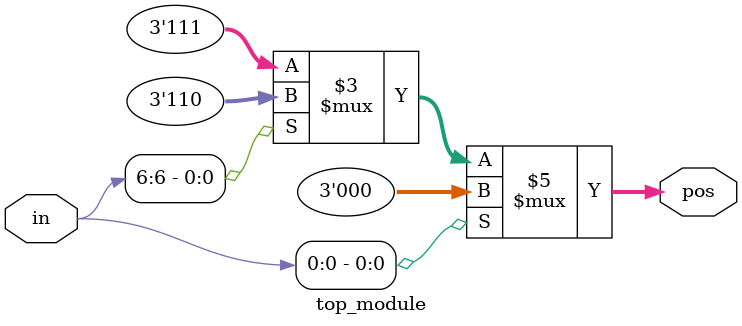
<source format=sv>
module top_module (
    input [7:0] in,
    output reg [2:0] pos
);

always @(in)
begin
    casez(in)
        8'bzzzzzzz1: pos = 3'h0;
        8'bz1zzzzzz: pos = 3'h6;
        // Add more cases here as needed
        // ...
        
        default: pos = 3'h7; // Set default value of pos
    endcase
end

endmodule

</source>
